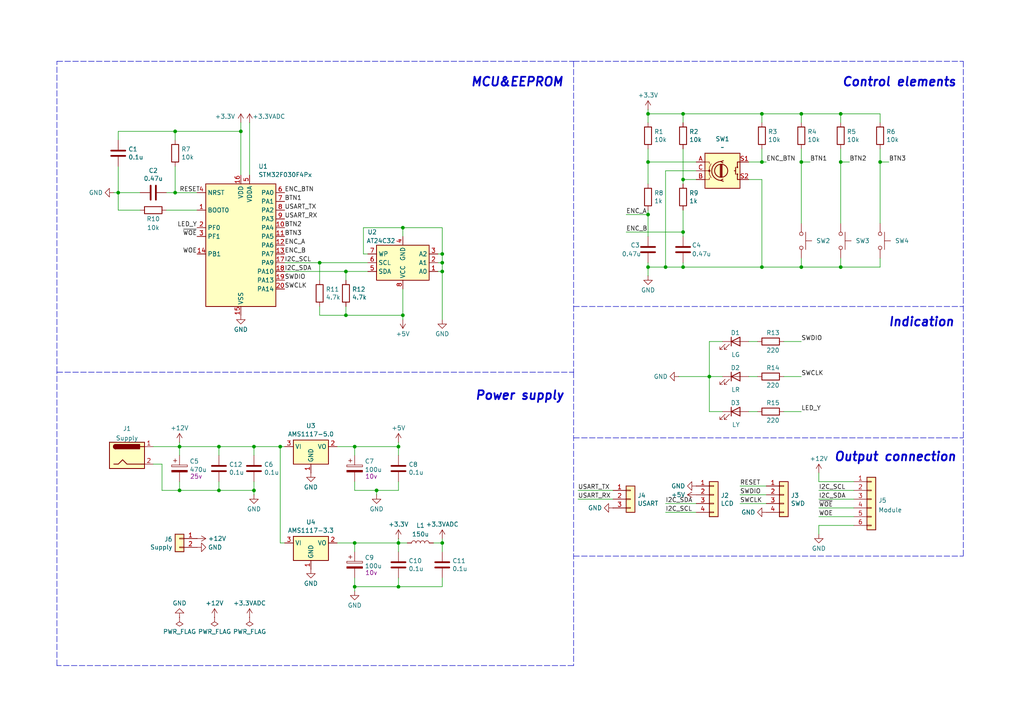
<source format=kicad_sch>
(kicad_sch (version 20231120) (generator "eeschema") (generator_version "8.0")
  (paper "A4")
  (title_block (title "Control module for active load") (date "2024-08-05") (comment 2 "Maxim UV"))
  (lib_symbols
    (symbol "+3.3V_1" (power) (pin_numbers hide) (pin_names (offset 0) hide)
      (property "Value" "+3.3V" (at 0 3.556 0))
      (symbol "+3.3V_1_0_1"
        (polyline (pts (xy -0.762 1.27) (xy 0 2.54)))
        (polyline (pts (xy 0 0) (xy 0 2.54)))
        (polyline (pts (xy 0 2.54) (xy 0.762 1.27)))
      )
      (symbol "+3.3V_1_1_1"
        (pin power_in line (at 0 0 90) (length 0) (name "~") (number "1"))
      )
    )
    (symbol "+5V_1" (power) (pin_numbers hide) (pin_names (offset 0) hide)
      (property "Value" "+5V" (at 0 3.556 0))
      (symbol "+5V_1_0_1"
        (polyline (pts (xy -0.762 1.27) (xy 0 2.54)))
        (polyline (pts (xy 0 0) (xy 0 2.54)))
        (polyline (pts (xy 0 2.54) (xy 0.762 1.27)))
      )
      (symbol "+5V_1_1_1"
        (pin power_in line (at 0 0 90) (length 0) (name "~") (number "1"))
      )
    )
    (symbol "Connector:Barrel_Jack" (pin_names (offset 1.016))
      (property "Reference" "J" (at 0 5.334 0))
      (property "Value" "Barrel_Jack" (at 0 -5.08 0))
      (symbol "Barrel_Jack_0_1"
        (rectangle (start -5.08 3.81) (end 5.08 -3.81) (stroke (width 0.254)) (fill (type background)))
        (arc (start -3.302 3.175) (mid -3.9343 2.54) (end -3.302 1.905) (stroke (width 0.254)))
        (arc (start -3.302 3.175) (mid -3.9343 2.54) (end -3.302 1.905) (stroke (width 0.254)) (fill (type outline)))
        (polyline (pts (xy 5.08 2.54) (xy 3.81 2.54)) (stroke (width 0.254)))
        (polyline (pts (xy -3.81 -2.54) (xy -2.54 -2.54) (xy -1.27 -1.27) (xy 0 -2.54) (xy 2.54 -2.54) (xy 5.08 -2.54)) (stroke (width 0.254)))
        (rectangle (start 3.683 3.175) (end -3.302 1.905) (stroke (width 0.254)) (fill (type outline)))
      )
      (symbol "Barrel_Jack_1_1"
        (pin passive line (at 7.62 2.54 180) (length 2.54) (name "~") (number "1"))
        (pin passive line (at 7.62 -2.54 180) (length 2.54) (name "~") (number "2"))
      )
    )
    (symbol "Connector_Generic:Conn_01x02" (pin_names (offset 1.016) hide)
      (property "Reference" "J" (at 0 2.54 0))
      (property "Value" "Conn_01x02" (at 0 -5.08 0))
      (symbol "Conn_01x02_1_1"
        (rectangle (start -1.27 -2.413) (end 0 -2.667) (stroke (width 0.1524)))
        (rectangle (start -1.27 0.127) (end 0 -0.127) (stroke (width 0.1524)))
        (rectangle (start -1.27 1.27) (end 1.27 -3.81) (stroke (width 0.254)) (fill (type background)))
        (pin passive line (at -5.08 0 0) (length 3.81) (name "Pin_1") (number "1"))
        (pin passive line (at -5.08 -2.54 0) (length 3.81) (name "Pin_2") (number "2"))
      )
    )
    (symbol "Connector_Generic:Conn_01x03" (pin_names (offset 1.016) hide)
      (property "Reference" "J" (at 0 5.08 0))
      (property "Value" "Conn_01x03" (at 0 -5.08 0))
      (symbol "Conn_01x03_1_1"
        (rectangle (start -1.27 -2.413) (end 0 -2.667) (stroke (width 0.1524)))
        (rectangle (start -1.27 0.127) (end 0 -0.127) (stroke (width 0.1524)))
        (rectangle (start -1.27 2.667) (end 0 2.413) (stroke (width 0.1524)))
        (rectangle (start -1.27 3.81) (end 1.27 -3.81) (stroke (width 0.254)) (fill (type background)))
        (pin passive line (at -5.08 2.54 0) (length 3.81) (name "Pin_1") (number "1"))
        (pin passive line (at -5.08 0 0) (length 3.81) (name "Pin_2") (number "2"))
        (pin passive line (at -5.08 -2.54 0) (length 3.81) (name "Pin_3") (number "3"))
      )
    )
    (symbol "Connector_Generic:Conn_01x04" (pin_names (offset 1.016) hide)
      (property "Reference" "J" (at 0 5.08 0))
      (property "Value" "Conn_01x04" (at 0 -7.62 0))
      (symbol "Conn_01x04_1_1"
        (rectangle (start -1.27 -4.953) (end 0 -5.207) (stroke (width 0.1524)))
        (rectangle (start -1.27 -2.413) (end 0 -2.667) (stroke (width 0.1524)))
        (rectangle (start -1.27 0.127) (end 0 -0.127) (stroke (width 0.1524)))
        (rectangle (start -1.27 2.667) (end 0 2.413) (stroke (width 0.1524)))
        (rectangle (start -1.27 3.81) (end 1.27 -6.35) (stroke (width 0.254)) (fill (type background)))
        (pin passive line (at -5.08 2.54 0) (length 3.81) (name "Pin_1") (number "1"))
        (pin passive line (at -5.08 0 0) (length 3.81) (name "Pin_2") (number "2"))
        (pin passive line (at -5.08 -2.54 0) (length 3.81) (name "Pin_3") (number "3"))
        (pin passive line (at -5.08 -5.08 0) (length 3.81) (name "Pin_4") (number "4"))
      )
    )
    (symbol "Connector_Generic:Conn_01x06" (pin_names (offset 1.016) hide)
      (property "Reference" "J" (at 0 7.62 0))
      (property "Value" "Conn_01x06" (at 0 -10.16 0))
      (symbol "Conn_01x06_1_1"
        (rectangle (start -1.27 -7.493) (end 0 -7.747) (stroke (width 0.1524)))
        (rectangle (start -1.27 -4.953) (end 0 -5.207) (stroke (width 0.1524)))
        (rectangle (start -1.27 -2.413) (end 0 -2.667) (stroke (width 0.1524)))
        (rectangle (start -1.27 0.127) (end 0 -0.127) (stroke (width 0.1524)))
        (rectangle (start -1.27 2.667) (end 0 2.413) (stroke (width 0.1524)))
        (rectangle (start -1.27 5.207) (end 0 4.953) (stroke (width 0.1524)))
        (rectangle (start -1.27 6.35) (end 1.27 -8.89) (stroke (width 0.254)) (fill (type background)))
        (pin passive line (at -5.08 5.08 0) (length 3.81) (name "Pin_1") (number "1"))
        (pin passive line (at -5.08 2.54 0) (length 3.81) (name "Pin_2") (number "2"))
        (pin passive line (at -5.08 0 0) (length 3.81) (name "Pin_3") (number "3"))
        (pin passive line (at -5.08 -2.54 0) (length 3.81) (name "Pin_4") (number "4"))
        (pin passive line (at -5.08 -5.08 0) (length 3.81) (name "Pin_5") (number "5"))
        (pin passive line (at -5.08 -7.62 0) (length 3.81) (name "Pin_6") (number "6"))
      )
    )
    (symbol "Device:C" (pin_numbers hide) (pin_names (offset 0.254))
      (property "Reference" "C" (at 0.635 2.54 0))
      (property "Value" "C" (at 0.635 -2.54 0))
      (symbol "C_0_1"
        (polyline (pts (xy -2.032 -0.762) (xy 2.032 -0.762)) (stroke (width 0.508)))
        (polyline (pts (xy -2.032 0.762) (xy 2.032 0.762)) (stroke (width 0.508)))
      )
      (symbol "C_1_1"
        (pin passive line (at 0 3.81 270) (length 2.794) (name "~") (number "1"))
        (pin passive line (at 0 -3.81 90) (length 2.794) (name "~") (number "2"))
      )
    )
    (symbol "Device:C_Polarized" (pin_numbers hide) (pin_names (offset 0.254))
      (property "Reference" "C" (at 0.635 2.54 0))
      (property "Value" "C_Polarized" (at 0.635 -2.54 0))
      (symbol "C_Polarized_0_1"
        (rectangle (start -2.286 0.508) (end 2.286 1.016))
        (polyline (pts (xy -1.778 2.286) (xy -0.762 2.286)))
        (polyline (pts (xy -1.27 2.794) (xy -1.27 1.778)))
        (rectangle (start 2.286 -0.508) (end -2.286 -1.016) (fill (type outline)))
      )
      (symbol "C_Polarized_1_1"
        (pin passive line (at 0 3.81 270) (length 2.794) (name "~") (number "1"))
        (pin passive line (at 0 -3.81 90) (length 2.794) (name "~") (number "2"))
      )
    )
    (symbol "Device:L" (pin_numbers hide) (pin_names (offset 1.016) hide)
      (property "Reference" "L" (at -1.27 0 90))
      (property "Value" "L" (at 1.905 0 90))
      (symbol "L_0_1"
        (arc (start 0 -2.54) (mid 0.6323 -1.905) (end 0 -1.27))
        (arc (start 0 -1.27) (mid 0.6323 -0.635) (end 0 0))
        (arc (start 0 0) (mid 0.6323 0.635) (end 0 1.27))
        (arc (start 0 1.27) (mid 0.6323 1.905) (end 0 2.54))
      )
      (symbol "L_1_1"
        (pin passive line (at 0 3.81 270) (length 1.27) (name "1") (number "1"))
        (pin passive line (at 0 -3.81 90) (length 1.27) (name "2") (number "2"))
      )
    )
    (symbol "Device:LED" (pin_numbers hide) (pin_names (offset 1.016) hide)
      (property "Reference" "D" (at 0 2.54 0))
      (property "Value" "LED" (at 0 -2.54 0))
      (symbol "LED_0_1"
        (polyline (pts (xy -1.27 -1.27) (xy -1.27 1.27)) (stroke (width 0.254)))
        (polyline (pts (xy -1.27 0) (xy 1.27 0)))
        (polyline (pts (xy 1.27 -1.27) (xy 1.27 1.27) (xy -1.27 0) (xy 1.27 -1.27)) (stroke (width 0.254)))
        (polyline (pts (xy -3.048 -0.762) (xy -4.572 -2.286) (xy -3.81 -2.286) (xy -4.572 -2.286) (xy -4.572 -1.524)))
        (polyline (pts (xy -1.778 -0.762) (xy -3.302 -2.286) (xy -2.54 -2.286) (xy -3.302 -2.286) (xy -3.302 -1.524)))
      )
      (symbol "LED_1_1"
        (pin passive line (at -3.81 0 0) (length 2.54) (name "K") (number "1"))
        (pin passive line (at 3.81 0 180) (length 2.54) (name "A") (number "2"))
      )
    )
    (symbol "Device:R" (pin_numbers hide) (pin_names (offset 0))
      (property "Reference" "R" (at 2.032 0 90))
      (property "Value" "R" (at 0 0 90))
      (symbol "R_0_1"
        (rectangle (start -1.016 -2.54) (end 1.016 2.54) (stroke (width 0.254)))
      )
      (symbol "R_1_1"
        (pin passive line (at 0 3.81 270) (length 1.27) (name "~") (number "1"))
        (pin passive line (at 0 -3.81 90) (length 1.27) (name "~") (number "2"))
      )
    )
    (symbol "Device:RotaryEncoder_Switch" (pin_names (offset 0.254) hide)
      (property "Reference" "SW" (at 0 6.604 0))
      (property "Value" "RotaryEncoder_Switch" (at 0 -6.604 0))
      (symbol "RotaryEncoder_Switch_0_1"
        (rectangle (start -5.08 5.08) (end 5.08 -5.08) (stroke (width 0.254)) (fill (type background)))
        (circle (center -3.81 0) (radius 0.254) (fill (type outline)))
        (circle (center -0.381 0) (radius 1.905) (stroke (width 0.254)))
        (arc (start -0.381 2.667) (mid -3.0988 -0.0635) (end -0.381 -2.794) (stroke (width 0.254)))
        (polyline (pts (xy -0.635 -1.778) (xy -0.635 1.778)) (stroke (width 0.254)))
        (polyline (pts (xy -0.381 -1.778) (xy -0.381 1.778)) (stroke (width 0.254)))
        (polyline (pts (xy -0.127 1.778) (xy -0.127 -1.778)) (stroke (width 0.254)))
        (polyline (pts (xy 3.81 0) (xy 3.429 0)) (stroke (width 0.254)))
        (polyline (pts (xy 3.81 1.016) (xy 3.81 -1.016)) (stroke (width 0.254)))
        (polyline (pts (xy -5.08 -2.54) (xy -3.81 -2.54) (xy -3.81 -2.032)))
        (polyline (pts (xy -5.08 2.54) (xy -3.81 2.54) (xy -3.81 2.032)))
        (polyline (pts (xy 0.254 -3.048) (xy -0.508 -2.794) (xy 0.127 -2.413)) (stroke (width 0.254)))
        (polyline (pts (xy 0.254 2.921) (xy -0.508 2.667) (xy 0.127 2.286)) (stroke (width 0.254)))
        (polyline (pts (xy 5.08 -2.54) (xy 4.318 -2.54) (xy 4.318 -1.016)) (stroke (width 0.254)))
        (polyline (pts (xy 5.08 2.54) (xy 4.318 2.54) (xy 4.318 1.016)) (stroke (width 0.254)))
        (polyline (pts (xy -5.08 0) (xy -3.81 0) (xy -3.81 -1.016) (xy -3.302 -2.032)))
        (polyline (pts (xy -4.318 0) (xy -3.81 0) (xy -3.81 1.016) (xy -3.302 2.032)))
        (circle (center 4.318 -1.016) (radius 0.127) (stroke (width 0.254)))
        (circle (center 4.318 1.016) (radius 0.127) (stroke (width 0.254)))
      )
      (symbol "RotaryEncoder_Switch_1_1"
        (pin passive line (at -7.62 2.54 0) (length 2.54) (name "A") (number "A"))
        (pin passive line (at -7.62 -2.54 0) (length 2.54) (name "B") (number "B"))
        (pin passive line (at -7.62 0 0) (length 2.54) (name "C") (number "C"))
        (pin passive line (at 7.62 2.54 180) (length 2.54) (name "S1") (number "S1"))
        (pin passive line (at 7.62 -2.54 180) (length 2.54) (name "S2") (number "S2"))
      )
    )
    (symbol "GND_1" (power) (pin_numbers hide) (pin_names (offset 0) hide)
      (property "Value" "GND" (at 0 -3.81 0))
      (symbol "GND_1_0_1"
        (polyline (pts (xy 0 0) (xy 0 -1.27) (xy 1.27 -1.27) (xy 0 -2.54) (xy -1.27 -1.27) (xy 0 -1.27)))
      )
      (symbol "GND_1_1_1"
        (pin power_in line (at 0 0 270) (length 0) (name "~") (number "1"))
      )
    )
    (symbol "MCU_ST_STM32F0:STM32F030F4Px"
      (property "Reference" "U" (at -10.16 19.05 0))
      (property "Value" "STM32F030F4Px" (at 5.08 19.05 0))
      (symbol "STM32F030F4Px_0_1"
        (rectangle (start -10.16 -17.78) (end 10.16 17.78) (stroke (width 0.254)) (fill (type background)))
      )
      (symbol "STM32F030F4Px_1_1"
        (pin input line (at -12.7 10.16 0) (length 2.54) (name "BOOT0") (number "1"))
        (pin bidirectional line (at 12.7 5.08 180) (length 2.54) (name "PA4") (number "10"))
        (pin bidirectional line (at 12.7 2.54 180) (length 2.54) (name "PA5") (number "11"))
        (pin bidirectional line (at 12.7 0 180) (length 2.54) (name "PA6") (number "12"))
        (pin bidirectional line (at 12.7 -2.54 180) (length 2.54) (name "PA7") (number "13"))
        (pin bidirectional line (at -12.7 -2.54 0) (length 2.54) (name "PB1") (number "14"))
        (pin power_in line (at 0 -20.32 90) (length 2.54) (name "VSS") (number "15"))
        (pin power_in line (at 0 20.32 270) (length 2.54) (name "VDD") (number "16"))
        (pin bidirectional line (at 12.7 -5.08 180) (length 2.54) (name "PA9") (number "17"))
        (pin bidirectional line (at 12.7 -7.62 180) (length 2.54) (name "PA10") (number "18"))
        (pin bidirectional line (at 12.7 -10.16 180) (length 2.54) (name "PA13") (number "19"))
        (pin bidirectional line (at -12.7 5.08 0) (length 2.54) (name "PF0") (number "2"))
        (pin bidirectional line (at 12.7 -12.7 180) (length 2.54) (name "PA14") (number "20"))
        (pin bidirectional line (at -12.7 2.54 0) (length 2.54) (name "PF1") (number "3"))
        (pin input line (at -12.7 15.24 0) (length 2.54) (name "NRST") (number "4"))
        (pin power_in line (at 2.54 20.32 270) (length 2.54) (name "VDDA") (number "5"))
        (pin bidirectional line (at 12.7 15.24 180) (length 2.54) (name "PA0") (number "6"))
        (pin bidirectional line (at 12.7 12.7 180) (length 2.54) (name "PA1") (number "7"))
        (pin bidirectional line (at 12.7 10.16 180) (length 2.54) (name "PA2") (number "8"))
        (pin bidirectional line (at 12.7 7.62 180) (length 2.54) (name "PA3") (number "9"))
      )
    )
    (symbol "Memory_EEPROM:AT24CS32-SSHM"
      (property "Reference" "U" (at -7.62 6.35 0))
      (property "Value" "AT24CS32-SSHM" (at 2.54 -6.35 0))
      (symbol "AT24CS32-SSHM_1_1"
        (rectangle (start -7.62 5.08) (end 7.62 -5.08) (stroke (width 0.254)) (fill (type background)))
        (pin input line (at -10.16 2.54 0) (length 2.54) (name "A0") (number "1"))
        (pin input line (at -10.16 0 0) (length 2.54) (name "A1") (number "2"))
        (pin input line (at -10.16 -2.54 0) (length 2.54) (name "A2") (number "3"))
        (pin power_in line (at 0 -7.62 90) (length 2.54) (name "GND") (number "4"))
        (pin bidirectional line (at 10.16 2.54 180) (length 2.54) (name "SDA") (number "5"))
        (pin input line (at 10.16 0 180) (length 2.54) (name "SCL") (number "6"))
        (pin input line (at 10.16 -2.54 180) (length 2.54) (name "WP") (number "7"))
        (pin power_in line (at 0 7.62 270) (length 2.54) (name "VCC") (number "8"))
      )
    )
    (symbol "Regulator_Linear:AMS1117-3.3"
      (property "Reference" "U" (at -3.81 3.175 0))
      (property "Value" "AMS1117-3.3" (at 0 3.175 0))
      (symbol "AMS1117-3.3_0_1"
        (rectangle (start -5.08 -5.08) (end 5.08 1.905) (stroke (width 0.254)) (fill (type background)))
      )
      (symbol "AMS1117-3.3_1_1"
        (pin power_in line (at 0 -7.62 90) (length 2.54) (name "GND") (number "1"))
        (pin power_out line (at 7.62 0 180) (length 2.54) (name "VO") (number "2"))
        (pin power_in line (at -7.62 0 0) (length 2.54) (name "VI") (number "3"))
      )
    )
    (symbol "Regulator_Linear:AMS1117-5.0"
      (property "Reference" "U" (at -3.81 3.175 0))
      (property "Value" "AMS1117-5.0" (at 0 3.175 0))
      (symbol "AMS1117-5.0_0_1"
        (rectangle (start -5.08 -5.08) (end 5.08 1.905) (stroke (width 0.254)) (fill (type background)))
      )
      (symbol "AMS1117-5.0_1_1"
        (pin power_in line (at 0 -7.62 90) (length 2.54) (name "GND") (number "1"))
        (pin power_out line (at 7.62 0 180) (length 2.54) (name "VO") (number "2"))
        (pin power_in line (at -7.62 0 0) (length 2.54) (name "VI") (number "3"))
      )
    )
    (symbol "Switch:SW_Push" (pin_numbers hide) (pin_names (offset 1.016) hide)
      (property "Reference" "SW" (at 1.27 2.54 0))
      (property "Value" "SW_Push" (at 0 -1.524 0))
      (symbol "SW_Push_0_1"
        (circle (center -2.032 0) (radius 0.508))
        (polyline (pts (xy 0 1.27) (xy 0 3.048)))
        (polyline (pts (xy 2.54 1.27) (xy -2.54 1.27)))
        (circle (center 2.032 0) (radius 0.508))
        (pin passive line (at -5.08 0 0) (length 2.54) (name "1") (number "1"))
        (pin passive line (at 5.08 0 180) (length 2.54) (name "2") (number "2"))
      )
    )
    (symbol "power:+12V" (power) (pin_numbers hide) (pin_names (offset 0) hide)
      (property "Value" "+12V" (at 0 3.556 0))
      (symbol "+12V_0_1"
        (polyline (pts (xy -0.762 1.27) (xy 0 2.54)))
        (polyline (pts (xy 0 0) (xy 0 2.54)))
        (polyline (pts (xy 0 2.54) (xy 0.762 1.27)))
      )
      (symbol "+12V_1_1"
        (pin power_in line (at 0 0 90) (length 0) (name "~") (number "1"))
      )
    )
    (symbol "power:+3.3VADC" (power) (pin_numbers hide) (pin_names (offset 0) hide)
      (property "Value" "+3.3VADC" (at 0 3.556 0))
      (symbol "+3.3VADC_0_0"
        (pin power_in line (at 0 0 90) (length 0) (name "~") (number "1"))
      )
      (symbol "+3.3VADC_0_1"
        (polyline (pts (xy -0.762 1.27) (xy 0 2.54)))
        (polyline (pts (xy 0 0) (xy 0 2.54)))
        (polyline (pts (xy 0 2.54) (xy 0.762 1.27)))
      )
    )
    (symbol "power:PWR_FLAG" (power) (pin_numbers hide) (pin_names (offset 0) hide)
      (property "Value" "PWR_FLAG" (at 0 3.81 0))
      (symbol "PWR_FLAG_0_0"
        (pin power_out line (at 0 0 90) (length 0) (name "~") (number "1"))
      )
      (symbol "PWR_FLAG_0_1"
        (polyline (pts (xy 0 0) (xy 0 1.27) (xy -1.016 1.905) (xy 0 2.54) (xy 1.016 1.905) (xy 0 1.27)))
      )
    )
  )
  (junction (at 100.33 78.74))
  (junction (at 187.96 46.99))
  (junction (at 115.57 170.18))
  (junction (at 128.27 73.66))
  (junction (at 198.12 77.47))
  (junction (at 128.27 157.48))
  (junction (at 128.27 78.74))
  (junction (at 187.96 77.47))
  (junction (at 187.96 33.02))
  (junction (at 102.87 129.54))
  (junction (at 50.8 55.88))
  (junction (at 52.07 142.24))
  (junction (at 50.8 38.1))
  (junction (at 69.85 38.1))
  (junction (at 115.57 129.54))
  (junction (at 220.98 33.02))
  (junction (at 232.41 46.99))
  (junction (at 34.29 55.88))
  (junction (at 232.41 33.02))
  (junction (at 109.22 142.24))
  (junction (at 255.27 46.99))
  (junction (at 220.98 77.47))
  (junction (at 116.84 91.44))
  (junction (at 243.84 46.99))
  (junction (at 198.12 52.07))
  (junction (at 92.71 76.2))
  (junction (at 115.57 157.48))
  (junction (at 100.33 91.44))
  (junction (at 116.84 66.04))
  (junction (at 81.28 129.54))
  (junction (at 128.27 76.2))
  (junction (at 205.74 109.22))
  (junction (at 232.41 77.47))
  (junction (at 73.66 142.24))
  (junction (at 102.87 170.18))
  (junction (at 198.12 33.02))
  (junction (at 243.84 33.02))
  (junction (at 63.5 129.54))
  (junction (at 63.5 142.24))
  (junction (at 52.07 129.54))
  (junction (at 243.84 77.47))
  (junction (at 187.96 62.23))
  (junction (at 73.66 129.54))
  (junction (at 193.04 77.47))
  (junction (at 198.12 67.31))
  (junction (at 220.98 46.99))
  (junction (at 102.87 157.48))
  (wire (pts (xy 193.04 77.47) (xy 198.12 77.47)))
  (wire (pts (xy 243.84 35.56) (xy 243.84 33.02)))
  (polyline (pts (xy 166.37 161.29) (xy 279.4 161.29)) (stroke (width 0) (type dash)))
  (wire (pts (xy 44.45 129.54) (xy 52.07 129.54)))
  (wire (pts (xy 102.87 160.02) (xy 102.87 157.48)))
  (wire (pts (xy 220.98 52.07) (xy 220.98 77.47)))
  (wire (pts (xy 237.49 154.94) (xy 237.49 152.4)))
  (wire (pts (xy 106.68 78.74) (xy 100.33 78.74)))
  (wire (pts (xy 198.12 76.2) (xy 198.12 77.47)))
  (wire (pts (xy 217.17 52.07) (xy 220.98 52.07)))
  (wire (pts (xy 115.57 128.27) (xy 115.57 129.54)))
  (wire (pts (xy 198.12 60.96) (xy 198.12 67.31)))
  (wire (pts (xy 220.98 33.02) (xy 232.41 33.02)))
  (wire (pts (xy 115.57 156.21) (xy 115.57 157.48)))
  (wire (pts (xy 187.96 62.23) (xy 187.96 68.58)))
  (wire (pts (xy 220.98 46.99) (xy 217.17 46.99)))
  (wire (pts (xy 201.93 49.53) (xy 193.04 49.53)))
  (wire (pts (xy 81.28 129.54) (xy 81.28 157.48)))
  (wire (pts (xy 227.33 119.38) (xy 232.41 119.38)))
  (wire (pts (xy 187.96 77.47) (xy 193.04 77.47)))
  (polyline (pts (xy 166.37 107.95) (xy 166.37 193.04)) (stroke (width 0) (type dash)))
  (wire (pts (xy 217.17 109.22) (xy 219.71 109.22)))
  (wire (pts (xy 220.98 35.56) (xy 220.98 33.02)))
  (wire (pts (xy 209.55 99.06) (xy 205.74 99.06)))
  (wire (pts (xy 187.96 33.02) (xy 198.12 33.02)))
  (wire (pts (xy 243.84 74.93) (xy 243.84 77.47)))
  (wire (pts (xy 128.27 76.2) (xy 128.27 78.74)))
  (polyline (pts (xy 166.37 17.78) (xy 166.37 107.95)) (stroke (width 0) (type dash)))
  (wire (pts (xy 73.66 139.7) (xy 73.66 142.24)))
  (wire (pts (xy 34.29 55.88) (xy 40.64 55.88)))
  (wire (pts (xy 50.8 48.26) (xy 50.8 55.88)))
  (wire (pts (xy 73.66 142.24) (xy 63.5 142.24)))
  (wire (pts (xy 198.12 33.02) (xy 220.98 33.02)))
  (wire (pts (xy 237.49 147.32) (xy 247.65 147.32)))
  (wire (pts (xy 187.96 31.75) (xy 187.96 33.02)))
  (wire (pts (xy 115.57 167.64) (xy 115.57 170.18)))
  (wire (pts (xy 198.12 77.47) (xy 220.98 77.47)))
  (wire (pts (xy 102.87 132.08) (xy 102.87 129.54)))
  (wire (pts (xy 227.33 99.06) (xy 232.41 99.06)))
  (wire (pts (xy 97.79 157.48) (xy 102.87 157.48)))
  (wire (pts (xy 128.27 156.21) (xy 128.27 157.48)))
  (wire (pts (xy 198.12 52.07) (xy 201.93 52.07)))
  (polyline (pts (xy 166.37 193.04) (xy 16.51 193.04)) (stroke (width 0) (type dash)))
  (wire (pts (xy 128.27 78.74) (xy 127 78.74)))
  (wire (pts (xy 81.28 129.54) (xy 82.55 129.54)))
  (wire (pts (xy 217.17 119.38) (xy 219.71 119.38)))
  (wire (pts (xy 193.04 49.53) (xy 193.04 77.47)))
  (wire (pts (xy 187.96 77.47) (xy 187.96 80.01)))
  (wire (pts (xy 128.27 66.04) (xy 116.84 66.04)))
  (wire (pts (xy 196.85 109.22) (xy 205.74 109.22)))
  (wire (pts (xy 237.49 152.4) (xy 247.65 152.4)))
  (wire (pts (xy 198.12 52.07) (xy 198.12 53.34)))
  (wire (pts (xy 232.41 77.47) (xy 232.41 74.93)))
  (wire (pts (xy 46.99 142.24) (xy 52.07 142.24)))
  (wire (pts (xy 232.41 64.77) (xy 232.41 46.99)))
  (wire (pts (xy 128.27 170.18) (xy 115.57 170.18)))
  (wire (pts (xy 92.71 91.44) (xy 100.33 91.44)))
  (wire (pts (xy 106.68 76.2) (xy 92.71 76.2)))
  (wire (pts (xy 255.27 74.93) (xy 255.27 77.47)))
  (wire (pts (xy 116.84 91.44) (xy 116.84 92.71)))
  (wire (pts (xy 40.64 60.96) (xy 34.29 60.96)))
  (wire (pts (xy 187.96 46.99) (xy 187.96 53.34)))
  (wire (pts (xy 100.33 81.28) (xy 100.33 78.74)))
  (wire (pts (xy 100.33 91.44) (xy 116.84 91.44)))
  (wire (pts (xy 116.84 68.58) (xy 116.84 66.04)))
  (polyline (pts (xy 16.51 107.95) (xy 166.37 107.95)) (stroke (width 0) (type dash)))
  (wire (pts (xy 50.8 38.1) (xy 69.85 38.1)))
  (wire (pts (xy 187.96 46.99) (xy 201.93 46.99)))
  (wire (pts (xy 44.45 134.62) (xy 46.99 134.62)))
  (wire (pts (xy 63.5 129.54) (xy 73.66 129.54)))
  (wire (pts (xy 115.57 157.48) (xy 118.11 157.48)))
  (wire (pts (xy 234.95 46.99) (xy 232.41 46.99)))
  (wire (pts (xy 102.87 171.45) (xy 102.87 170.18)))
  (wire (pts (xy 109.22 142.24) (xy 115.57 142.24)))
  (wire (pts (xy 198.12 33.02) (xy 198.12 35.56)))
  (wire (pts (xy 63.5 129.54) (xy 63.5 132.08)))
  (wire (pts (xy 198.12 67.31) (xy 198.12 68.58)))
  (wire (pts (xy 205.74 119.38) (xy 209.55 119.38)))
  (wire (pts (xy 193.04 148.59) (xy 201.93 148.59)))
  (wire (pts (xy 187.96 76.2) (xy 187.96 77.47)))
  (wire (pts (xy 243.84 46.99) (xy 243.84 64.77)))
  (wire (pts (xy 102.87 170.18) (xy 115.57 170.18)))
  (wire (pts (xy 198.12 43.18) (xy 198.12 52.07)))
  (wire (pts (xy 105.41 66.04) (xy 105.41 73.66)))
  (wire (pts (xy 116.84 83.82) (xy 116.84 91.44)))
  (wire (pts (xy 52.07 129.54) (xy 52.07 132.08)))
  (polyline (pts (xy 16.51 107.95) (xy 16.51 17.78)) (stroke (width 0) (type dash)))
  (wire (pts (xy 52.07 139.7) (xy 52.07 142.24)))
  (wire (pts (xy 57.15 60.96) (xy 48.26 60.96)))
  (wire (pts (xy 237.49 144.78) (xy 247.65 144.78)))
  (wire (pts (xy 50.8 55.88) (xy 57.15 55.88)))
  (wire (pts (xy 102.87 157.48) (xy 115.57 157.48)))
  (polyline (pts (xy 166.37 88.9) (xy 279.4 88.9)) (stroke (width 0) (type dash)))
  (wire (pts (xy 255.27 77.47) (xy 243.84 77.47)))
  (wire (pts (xy 243.84 43.18) (xy 243.84 46.99)))
  (wire (pts (xy 237.49 142.24) (xy 247.65 142.24)))
  (wire (pts (xy 52.07 129.54) (xy 63.5 129.54)))
  (wire (pts (xy 102.87 167.64) (xy 102.87 170.18)))
  (wire (pts (xy 181.61 62.23) (xy 187.96 62.23)))
  (wire (pts (xy 34.29 48.26) (xy 34.29 55.88)))
  (wire (pts (xy 167.64 144.78) (xy 177.8 144.78)))
  (wire (pts (xy 128.27 160.02) (xy 128.27 157.48)))
  (wire (pts (xy 52.07 128.27) (xy 52.07 129.54)))
  (wire (pts (xy 187.96 35.56) (xy 187.96 33.02)))
  (polyline (pts (xy 166.37 127) (xy 279.4 127)) (stroke (width 0) (type dash)))
  (polyline (pts (xy 279.4 17.78) (xy 279.4 161.29)) (stroke (width 0) (type dash)))
  (wire (pts (xy 193.04 146.05) (xy 201.93 146.05)))
  (wire (pts (xy 72.39 35.56) (xy 72.39 50.8)))
  (wire (pts (xy 125.73 157.48) (xy 128.27 157.48)))
  (wire (pts (xy 128.27 73.66) (xy 128.27 76.2)))
  (wire (pts (xy 127 73.66) (xy 128.27 73.66)))
  (wire (pts (xy 222.25 46.99) (xy 220.98 46.99)))
  (wire (pts (xy 255.27 46.99) (xy 255.27 64.77)))
  (wire (pts (xy 82.55 76.2) (xy 92.71 76.2)))
  (wire (pts (xy 105.41 73.66) (xy 106.68 73.66)))
  (wire (pts (xy 214.63 140.97) (xy 222.25 140.97)))
  (wire (pts (xy 227.33 109.22) (xy 232.41 109.22)))
  (wire (pts (xy 255.27 46.99) (xy 257.81 46.99)))
  (polyline (pts (xy 16.51 193.04) (xy 16.51 107.95)) (stroke (width 0) (type dash)))
  (wire (pts (xy 100.33 88.9) (xy 100.33 91.44)))
  (wire (pts (xy 237.49 139.7) (xy 247.65 139.7)))
  (wire (pts (xy 92.71 81.28) (xy 92.71 76.2)))
  (wire (pts (xy 128.27 66.04) (xy 128.27 73.66)))
  (wire (pts (xy 82.55 78.74) (xy 100.33 78.74)))
  (wire (pts (xy 217.17 99.06) (xy 219.71 99.06)))
  (wire (pts (xy 255.27 35.56) (xy 255.27 33.02)))
  (wire (pts (xy 97.79 129.54) (xy 102.87 129.54)))
  (wire (pts (xy 73.66 129.54) (xy 81.28 129.54)))
  (wire (pts (xy 128.27 92.71) (xy 128.27 78.74)))
  (wire (pts (xy 214.63 146.05) (xy 222.25 146.05)))
  (wire (pts (xy 205.74 109.22) (xy 209.55 109.22)))
  (wire (pts (xy 116.84 66.04) (xy 105.41 66.04)))
  (wire (pts (xy 214.63 143.51) (xy 222.25 143.51)))
  (wire (pts (xy 69.85 38.1) (xy 69.85 50.8)))
  (wire (pts (xy 102.87 139.7) (xy 102.87 142.24)))
  (wire (pts (xy 243.84 33.02) (xy 232.41 33.02)))
  (wire (pts (xy 255.27 33.02) (xy 243.84 33.02)))
  (wire (pts (xy 109.22 143.51) (xy 109.22 142.24)))
  (wire (pts (xy 187.96 60.96) (xy 187.96 62.23)))
  (wire (pts (xy 63.5 142.24) (xy 52.07 142.24)))
  (wire (pts (xy 115.57 142.24) (xy 115.57 139.7)))
  (wire (pts (xy 34.29 40.64) (xy 34.29 38.1)))
  (wire (pts (xy 128.27 167.64) (xy 128.27 170.18)))
  (wire (pts (xy 115.57 129.54) (xy 115.57 132.08)))
  (wire (pts (xy 48.26 55.88) (xy 50.8 55.88)))
  (wire (pts (xy 127 76.2) (xy 128.27 76.2)))
  (wire (pts (xy 255.27 43.18) (xy 255.27 46.99)))
  (wire (pts (xy 34.29 38.1) (xy 50.8 38.1)))
  (wire (pts (xy 102.87 142.24) (xy 109.22 142.24)))
  (wire (pts (xy 220.98 43.18) (xy 220.98 46.99)))
  (wire (pts (xy 33.02 55.88) (xy 34.29 55.88)))
  (polyline (pts (xy 166.37 17.78) (xy 279.4 17.78)) (stroke (width 0) (type dash)))
  (wire (pts (xy 232.41 33.02) (xy 232.41 35.56)))
  (wire (pts (xy 46.99 134.62) (xy 46.99 142.24)))
  (wire (pts (xy 167.64 142.24) (xy 177.8 142.24)))
  (wire (pts (xy 243.84 46.99) (xy 246.38 46.99)))
  (wire (pts (xy 63.5 139.7) (xy 63.5 142.24)))
  (wire (pts (xy 187.96 43.18) (xy 187.96 46.99)))
  (wire (pts (xy 232.41 46.99) (xy 232.41 43.18)))
  (wire (pts (xy 92.71 88.9) (xy 92.71 91.44)))
  (wire (pts (xy 34.29 60.96) (xy 34.29 55.88)))
  (wire (pts (xy 115.57 157.48) (xy 115.57 160.02)))
  (wire (pts (xy 237.49 149.86) (xy 247.65 149.86)))
  (wire (pts (xy 181.61 67.31) (xy 198.12 67.31)))
  (polyline (pts (xy 16.51 17.78) (xy 166.37 17.78)) (stroke (width 0) (type dash)))
  (wire (pts (xy 69.85 35.56) (xy 69.85 38.1)))
  (wire (pts (xy 82.55 157.48) (xy 81.28 157.48)))
  (wire (pts (xy 237.49 137.16) (xy 237.49 139.7)))
  (wire (pts (xy 205.74 99.06) (xy 205.74 109.22)))
  (wire (pts (xy 205.74 109.22) (xy 205.74 119.38)))
  (wire (pts (xy 50.8 40.64) (xy 50.8 38.1)))
  (wire (pts (xy 73.66 142.24) (xy 73.66 143.51)))
  (wire (pts (xy 220.98 77.47) (xy 232.41 77.47)))
  (wire (pts (xy 102.87 129.54) (xy 115.57 129.54)))
  (wire (pts (xy 243.84 77.47) (xy 232.41 77.47)))
  (wire (pts (xy 73.66 132.08) (xy 73.66 129.54)))
  (text "Control elements" (at 244.094 25.4 0) (effects (font (size 2.54 2.54) (thickness 0.508) (bold yes) (italic yes)) (justify left bottom)))
  (text "Output connection" (at 241.808 134.112 0) (effects (font (size 2.54 2.54) (thickness 0.508) (bold yes) (italic yes)) (justify left bottom)))
  (text "MCU&EEPROM\n" (at 136.398 25.4 0) (effects (font (size 2.54 2.54) (thickness 0.508) (bold yes) (italic yes)) (justify left bottom)))
  (text "Indication" (at 257.556 94.996 0) (effects (font (size 2.54 2.54) (thickness 0.508) (bold yes) (italic yes)) (justify left bottom)))
  (text "Power supply\n" (at 137.668 116.332 0) (effects (font (size 2.54 2.54) (thickness 0.508) (bold yes) (italic yes)) (justify left bottom)))
  (label "~{WOE}" (at 57.15 68.58 180))
  (label "USART_TX" (at 167.64 142.24 0))
  (label "BTN2" (at 246.38 46.99 0))
  (label "RESET" (at 52.07 55.88 0))
  (label "ENC_A" (at 82.55 71.12 0))
  (label "LED_Y" (at 57.15 66.04 180))
  (label "BTN1" (at 82.55 58.42 0))
  (label "SWDIO" (at 232.41 99.06 0))
  (label "RESET" (at 214.63 140.97 0))
  (label "I2C_SCL" (at 193.04 148.59 0))
  (label "ENC_B" (at 181.61 67.31 0))
  (label "WOE" (at 57.15 73.66 180))
  (label "SWCLK" (at 214.63 146.05 0))
  (label "~{WOE}" (at 237.49 147.32 0))
  (label "BTN2" (at 82.55 66.04 0))
  (label "I2C_SDA" (at 82.55 78.74 0))
  (label "USART_RX" (at 167.64 144.78 0))
  (label "USART_TX" (at 82.55 60.96 0))
  (label "ENC_B" (at 82.55 73.66 0))
  (label "BTN1" (at 234.95 46.99 0))
  (label "BTN3" (at 257.81 46.99 0))
  (label "WOE" (at 237.49 149.86 0))
  (label "ENC_BTN" (at 222.25 46.99 0))
  (label "BTN3" (at 82.55 68.58 0))
  (label "I2C_SCL" (at 237.49 142.24 0))
  (label "LED_Y" (at 232.41 119.38 0))
  (label "ENC_A" (at 181.61 62.23 0))
  (label "I2C_SCL" (at 82.55 76.2 0))
  (label "SWDIO" (at 82.55 81.28 0))
  (label "SWDIO" (at 214.63 143.51 0))
  (label "USART_RX" (at 82.55 63.5 0))
  (label "I2C_SDA" (at 193.04 146.05 0))
  (label "SWCLK" (at 82.55 83.82 0))
  (label "ENC_BTN" (at 82.55 55.88 0))
  (label "SWCLK" (at 232.41 109.22 0))
  (label "I2C_SDA" (at 237.49 144.78 0))
  (symbol (lib_name "+5V_1") (lib_id "power:+5V") (at 115.57 128.27 0) (unit 1)
    (property "Reference" "#PWR011" (effects (hide yes)))
    (property "Value" "+5V" (at 115.57 124.1369 0))
    (property "Description" "Power symbol creates a global label with name \"+5V\"" (effects (hide yes)))
  )
  (symbol (lib_name "GND_1") (lib_id "power:GND") (at 33.02 55.88 270) (unit 1)
    (property "Reference" "#PWR04" (effects (hide yes)))
    (property "Value" "GND" (at 29.8451 55.88 90) (effects (justify right)))
    (property "Description" "Power symbol creates a global label with name \"GND\" , ground" (effects (hide yes)))
  )
  (symbol (lib_name "GND_1") (lib_id "power:GND") (at 109.22 143.51 0) (unit 1)
    (property "Reference" "#PWR016" (effects (hide yes)))
    (property "Value" "GND" (at 109.22 147.6431 0))
    (property "Description" "Power symbol creates a global label with name \"GND\" , ground" (effects (hide yes)))
  )
  (symbol (lib_name "GND_1") (lib_id "power:GND") (at 52.07 179.07 180) (unit 1)
    (property "Reference" "#PWR027" (effects (hide yes)))
    (property "Value" "GND" (at 52.07 174.9369 0))
    (property "Description" "Power symbol creates a global label with name \"GND\" , ground" (effects (hide yes)))
  )
  (symbol (lib_id "power:PWR_FLAG") (at 62.23 179.07 180) (unit 1)
    (property "Reference" "#FLG02" (effects (hide yes)))
    (property "Value" "PWR_FLAG" (at 62.23 183.2031 0))
    (property "Description" "Special symbol for telling ERC where power comes from" (effects (hide yes)))
  )
  (symbol (lib_id "Device:R") (at 232.41 39.37 0) (unit 1)
    (property "Reference" "R4" (at 234.188 38.2016 0) (effects (justify left)))
    (property "Value" "10k" (at 234.188 40.513 0) (effects (justify left)))
    (property "Footprint" "Resistor_SMD:R_1206_3216Metric_Pad1.30x1.75mm_HandSolder" (effects (hide yes)))
  )
  (symbol (lib_id "Device:R") (at 187.96 57.15 0) (unit 1)
    (property "Reference" "R8" (at 189.738 55.9816 0) (effects (justify left)))
    (property "Value" "1k" (at 189.738 58.293 0) (effects (justify left)))
    (property "Footprint" "Resistor_SMD:R_1206_3216Metric_Pad1.30x1.75mm_HandSolder" (effects (hide yes)))
  )
  (symbol (lib_name "+3.3V_1") (lib_id "power:+3.3V") (at 115.57 156.21 0) (unit 1)
    (property "Reference" "#PWR022" (effects (hide yes)))
    (property "Value" "+3.3V" (at 115.57 152.0769 0))
    (property "Description" "Power symbol creates a global label with name \"+3.3V\"" (effects (hide yes)))
  )
  (symbol (lib_name "GND_1") (lib_id "power:GND") (at 90.17 137.16 0) (unit 1)
    (property "Reference" "#PWR012" (effects (hide yes)))
    (property "Value" "GND" (at 90.17 141.2931 0))
    (property "Description" "Power symbol creates a global label with name \"GND\" , ground" (effects (hide yes)))
  )
  (symbol (lib_id "Device:R") (at 243.84 39.37 0) (unit 1)
    (property "Reference" "R5" (at 245.618 38.2016 0) (effects (justify left)))
    (property "Value" "10k" (at 245.618 40.513 0) (effects (justify left)))
    (property "Footprint" "Resistor_SMD:R_1206_3216Metric_Pad1.30x1.75mm_HandSolder" (effects (hide yes)))
  )
  (symbol (lib_id "Device:C") (at 63.5 135.89 0) (unit 1)
    (property "Reference" "C12" (at 66.421 134.7216 0) (effects (justify left)))
    (property "Value" "0.1u" (at 66.421 137.033 0) (effects (justify left)))
    (property "Footprint" "Capacitor_SMD:C_0805_2012Metric_Pad1.18x1.45mm_HandSolder" (effects (hide yes)))
  )
  (symbol (lib_id "Device:R") (at 223.52 119.38 270) (unit 1)
    (property "Reference" "R15" (at 222.25 116.84 90) (effects (justify left)))
    (property "Value" "220" (at 222.25 121.92 90) (effects (justify left)))
    (property "Footprint" "Resistor_SMD:R_1206_3216Metric_Pad1.30x1.75mm_HandSolder" (effects (hide yes)))
  )
  (symbol (lib_name "GND_1") (lib_id "power:GND") (at 201.93 140.97 270) (unit 1)
    (property "Reference" "#PWR014" (effects (hide yes)))
    (property "Value" "GND" (at 198.7551 140.97 90) (effects (justify right)))
    (property "Description" "Power symbol creates a global label with name \"GND\" , ground" (effects (hide yes)))
  )
  (symbol (lib_name "GND_1") (lib_id "power:GND") (at 128.27 92.71 0) (unit 1)
    (property "Reference" "#PWR08" (effects (hide yes)))
    (property "Value" "GND" (at 128.27 96.8431 0))
    (property "Description" "Power symbol creates a global label with name \"GND\" , ground" (effects (hide yes)))
  )
  (symbol (lib_id "Device:LED") (at 213.36 109.22 0) (unit 1)
    (property "Reference" "D2" (at 214.63 106.68 0) (effects (justify right)))
    (property "Value" "LR" (at 214.63 113.03 0) (effects (justify right)))
    (property "Footprint" "LED_SMD:LED_1206_3216Metric_Pad1.42x1.75mm_HandSolder" (effects (hide yes)))
  )
  (symbol (lib_id "Device:R") (at 44.45 60.96 270) (unit 1)
    (property "Reference" "R10" (at 44.45 63.5 90))
    (property "Value" "10k" (at 44.45 66.04 90))
    (property "Footprint" "Resistor_SMD:R_1206_3216Metric_Pad1.30x1.75mm_HandSolder" (effects (hide yes)))
  )
  (symbol (lib_id "Device:RotaryEncoder_Switch") (at 209.55 49.53 0) (unit 1)
    (property "Reference" "SW1" (at 209.55 40.3055 0))
    (property "Value" "~" (at 209.55 42.7298 0))
    (property "Footprint" "Rotary_Encoder:RotaryEncoder_Alps_EC12E-Switch_Vertical_H20mm" (effects (hide yes)))
    (property "Description" "Rotary encoder, dual channel, incremental quadrate outputs, with switch" (effects (hide yes)))
  )
  (symbol (lib_id "Device:C") (at 198.12 72.39 0) (unit 1)
    (property "Reference" "C4" (at 200.66 71.12 0) (effects (justify left)))
    (property "Value" "0.47u" (at 200.66 73.66 0) (effects (justify left)))
    (property "Footprint" "Capacitor_SMD:C_0805_2012Metric_Pad1.18x1.45mm_HandSolder" (effects (hide yes)))
  )
  (symbol (lib_id "power:+12V") (at 52.07 128.27 0) (unit 1)
    (property "Reference" "#PWR010" (effects (hide yes)))
    (property "Value" "+12V" (at 52.07 124.1369 0))
    (property "Description" "Power symbol creates a global label with name \"+12V\"" (effects (hide yes)))
  )
  (symbol (lib_id "Device:R") (at 187.96 39.37 0) (unit 1)
    (property "Reference" "R1" (at 189.738 38.2016 0) (effects (justify left)))
    (property "Value" "10k" (at 189.738 40.513 0) (effects (justify left)))
    (property "Footprint" "Resistor_SMD:R_1206_3216Metric_Pad1.30x1.75mm_HandSolder" (effects (hide yes)))
  )
  (symbol (lib_id "Switch:SW_Push") (at 232.41 69.85 270) (unit 1)
    (property "Reference" "SW2" (at 238.76 69.85 90))
    (property "Value" "SW_Push" (effects (hide yes)))
    (property "Footprint" "Button_Switch_THT:SW_PUSH-12mm" (effects (hide yes)))
  )
  (symbol (lib_id "Regulator_Linear:AMS1117-5.0") (at 90.17 129.54 0) (unit 1)
    (property "Reference" "U3" (at 90.17 123.4905 0))
    (property "Value" "AMS1117-5.0" (at 90.17 125.9148 0))
    (property "Footprint" "Package_TO_SOT_SMD:SOT-223-3_TabPin2" (effects (hide yes)))
    (property "Datasheet" "http://www.advanced-monolithic.com/pdf/ds1117.pdf" (effects (hide yes)))
    (property "Description" "1A Low Dropout regulator, positive, 5.0V fixed output, SOT-223" (effects (hide yes)))
  )
  (symbol (lib_name "GND_1") (lib_id "power:GND") (at 90.17 165.1 0) (unit 1)
    (property "Reference" "#PWR025" (effects (hide yes)))
    (property "Value" "GND" (at 90.17 169.2331 0))
    (property "Description" "Power symbol creates a global label with name \"GND\" , ground" (effects (hide yes)))
  )
  (symbol (lib_id "Connector_Generic:Conn_01x02") (at 52.07 156.21 0) (mirror y) (unit 1)
    (property "Reference" "J6" (at 50.038 156.4132 0) (effects (justify left)))
    (property "Value" "Supply" (at 50.038 158.7246 0) (effects (justify left)))
    (property "Footprint" "TerminalBlock:TerminalBlock_bornier-2_P5.08mm" (effects (hide yes)))
  )
  (symbol (lib_name "GND_1") (lib_id "power:GND") (at 102.87 171.45 0) (unit 1)
    (property "Reference" "#PWR026" (effects (hide yes)))
    (property "Value" "GND" (at 102.87 175.5831 0))
    (property "Description" "Power symbol creates a global label with name \"GND\" , ground" (effects (hide yes)))
  )
  (symbol (lib_name "GND_1") (lib_id "power:GND") (at 237.49 154.94 0) (unit 1)
    (property "Reference" "#PWR020" (effects (hide yes)))
    (property "Value" "GND" (at 237.49 159.0731 0))
    (property "Description" "Power symbol creates a global label with name \"GND\" , ground" (effects (hide yes)))
  )
  (symbol (lib_id "power:+12V") (at 62.23 179.07 0) (unit 1)
    (property "Reference" "#PWR028" (effects (hide yes)))
    (property "Value" "+12V" (at 62.23 174.9369 0))
    (property "Description" "Power symbol creates a global label with name \"+12V\"" (effects (hide yes)))
  )
  (symbol (lib_id "Device:R") (at 223.52 109.22 270) (unit 1)
    (property "Reference" "R14" (at 222.25 106.68 90) (effects (justify left)))
    (property "Value" "220" (at 222.25 111.76 90) (effects (justify left)))
    (property "Footprint" "Resistor_SMD:R_1206_3216Metric_Pad1.30x1.75mm_HandSolder" (effects (hide yes)))
  )
  (symbol (lib_name "GND_1") (lib_id "power:GND") (at 187.96 80.01 0) (unit 1)
    (property "Reference" "#PWR05" (effects (hide yes)))
    (property "Value" "GND" (at 187.96 84.1431 0))
    (property "Description" "Power symbol creates a global label with name \"GND\" , ground" (effects (hide yes)))
  )
  (symbol (lib_id "Device:R") (at 100.33 85.09 0) (unit 1)
    (property "Reference" "R12" (at 102.108 83.9216 0) (effects (justify left)))
    (property "Value" "4.7k" (at 102.108 86.233 0) (effects (justify left)))
    (property "Footprint" "Resistor_SMD:R_1206_3216Metric_Pad1.30x1.75mm_HandSolder" (effects (hide yes)))
  )
  (symbol (lib_id "Connector_Generic:Conn_01x03") (at 182.88 144.78 0) (unit 1)
    (property "Reference" "J4" (at 184.912 143.7132 0) (effects (justify left)))
    (property "Value" "USART" (at 184.912 146.0246 0) (effects (justify left)))
    (property "Footprint" "Connector_PinHeader_2.54mm:PinHeader_1x03_P2.54mm_Vertical" (effects (hide yes)))
  )
  (symbol (lib_id "power:+12V") (at 57.15 156.21 270) (unit 1)
    (property "Reference" "#PWR021" (effects (hide yes)))
    (property "Value" "+12V" (at 60.325 156.21 90) (effects (justify left)))
    (property "Description" "Power symbol creates a global label with name \"+12V\"" (effects (hide yes)))
  )
  (symbol (lib_id "Device:C") (at 44.45 55.88 270) (unit 1)
    (property "Reference" "C2" (at 44.45 49.4792 90))
    (property "Value" "0.47u" (at 44.45 51.7906 90))
    (property "Footprint" "Capacitor_SMD:C_0805_2012Metric_Pad1.18x1.45mm_HandSolder" (effects (hide yes)))
  )
  (symbol (lib_id "Switch:SW_Push") (at 255.27 69.85 270) (unit 1)
    (property "Reference" "SW4" (at 261.62 69.85 90))
    (property "Value" "SW_Push" (effects (hide yes)))
    (property "Footprint" "Button_Switch_THT:SW_PUSH-12mm" (effects (hide yes)))
  )
  (symbol (lib_name "GND_1") (lib_id "power:GND") (at 73.66 143.51 0) (unit 1)
    (property "Reference" "#PWR015" (effects (hide yes)))
    (property "Value" "GND" (at 73.66 147.6431 0))
    (property "Description" "Power symbol creates a global label with name \"GND\" , ground" (effects (hide yes)))
  )
  (symbol (lib_id "Device:C_Polarized") (at 102.87 163.83 0) (unit 1)
    (property "Reference" "C9" (at 105.791 161.7288 0) (effects (justify left)))
    (property "Value" "100u" (at 105.791 164.1531 0) (effects (justify left)))
    (property "Footprint" "Capacitor_THT:CP_Radial_D4.0mm_P2.00mm" (effects (hide yes)))
    (property "Description" "Polarized capacitor" (effects (hide yes)))
    (property "Voltage" "10v" (at 107.696 166.116 0))
  )
  (symbol (lib_id "Switch:SW_Push") (at 243.84 69.85 270) (unit 1)
    (property "Reference" "SW3" (at 250.19 69.85 90))
    (property "Value" "SW_Push" (effects (hide yes)))
    (property "Footprint" "Button_Switch_THT:SW_PUSH-12mm" (effects (hide yes)))
  )
  (symbol (lib_name "+3.3V_1") (lib_id "power:+3.3V") (at 187.96 31.75 0) (unit 1)
    (property "Reference" "#PWR01" (effects (hide yes)))
    (property "Value" "+3.3V" (at 187.96 27.6169 0))
    (property "Description" "Power symbol creates a global label with name \"+3.3V\"" (effects (hide yes)))
  )
  (symbol (lib_name "GND_1") (lib_id "power:GND") (at 57.15 158.75 90) (unit 1)
    (property "Reference" "#PWR024" (effects (hide yes)))
    (property "Value" "GND" (at 60.325 158.75 90) (effects (justify right)))
    (property "Description" "Power symbol creates a global label with name \"GND\" , ground" (effects (hide yes)))
  )
  (symbol (lib_id "Connector:Barrel_Jack") (at 36.83 132.08 0) (unit 1)
    (property "Reference" "J1" (at 36.83 124.3035 0))
    (property "Value" "Supply" (at 36.83 127.0786 0))
    (property "Footprint" "Connector_BarrelJack:BarrelJack_Horizontal" (effects (hide yes)))
  )
  (symbol (lib_name "GND_1") (lib_id "power:GND") (at 196.85 109.22 270) (unit 1)
    (property "Reference" "#PWR09" (effects (hide yes)))
    (property "Value" "GND" (at 193.6751 109.22 90) (effects (justify right)))
    (property "Description" "Power symbol creates a global label with name \"GND\" , ground" (effects (hide yes)))
  )
  (symbol (lib_id "power:PWR_FLAG") (at 52.07 179.07 180) (unit 1)
    (property "Reference" "#FLG01" (effects (hide yes)))
    (property "Value" "PWR_FLAG" (at 52.07 183.2031 0))
    (property "Description" "Special symbol for telling ERC where power comes from" (effects (hide yes)))
  )
  (symbol (lib_id "Device:C_Polarized") (at 52.07 135.89 0) (unit 1)
    (property "Reference" "C5" (at 54.991 133.7888 0) (effects (justify left)))
    (property "Value" "470u" (at 54.991 136.2131 0) (effects (justify left)))
    (property "Footprint" "Capacitor_THT:C_Radial_D8.0mm_H7.0mm_P3.50mm" (effects (hide yes)))
    (property "Description" "Polarized capacitor" (effects (hide yes)))
    (property "Voltage" "25v" (at 56.896 138.176 0))
  )
  (symbol (lib_id "Device:LED") (at 213.36 99.06 0) (unit 1)
    (property "Reference" "D1" (at 214.63 96.52 0) (effects (justify right)))
    (property "Value" "LG" (at 214.63 102.87 0) (effects (justify right)))
    (property "Footprint" "LED_SMD:LED_1206_3216Metric_Pad1.42x1.75mm_HandSolder" (effects (hide yes)))
  )
  (symbol (lib_id "Connector_Generic:Conn_01x04") (at 227.33 143.51 0) (unit 1)
    (property "Reference" "J3" (at 229.362 143.7132 0) (effects (justify left)))
    (property "Value" "SWD" (at 229.362 146.0246 0) (effects (justify left)))
    (property "Footprint" "Connector_PinHeader_2.54mm:PinHeader_1x04_P2.54mm_Vertical" (effects (hide yes)))
  )
  (symbol (lib_id "Device:C") (at 73.66 135.89 0) (unit 1)
    (property "Reference" "C6" (at 76.581 134.7216 0) (effects (justify left)))
    (property "Value" "0.1u" (at 76.581 137.033 0) (effects (justify left)))
    (property "Footprint" "Capacitor_SMD:C_0805_2012Metric_Pad1.18x1.45mm_HandSolder" (effects (hide yes)))
  )
  (symbol (lib_id "power:+3.3VADC") (at 72.39 35.56 0) (unit 1)
    (property "Reference" "#PWR03" (effects (hide yes)))
    (property "Value" "+3.3VADC" (at 77.978 33.782 0))
    (property "Description" "Power symbol creates a global label with name \"+3.3VADC\"" (effects (hide yes)))
  )
  (symbol (lib_id "power:+3.3VADC") (at 128.27 156.21 0) (unit 1)
    (property "Reference" "#PWR023" (effects (hide yes)))
    (property "Value" "+3.3VADC" (at 128.27 152.0769 0))
    (property "Description" "Power symbol creates a global label with name \"+3.3VADC\"" (effects (hide yes)))
  )
  (symbol (lib_id "Connector_Generic:Conn_01x04") (at 207.01 143.51 0) (unit 1)
    (property "Reference" "J2" (at 209.042 143.7132 0) (effects (justify left)))
    (property "Value" "LCD" (at 209.042 146.0246 0) (effects (justify left)))
    (property "Footprint" "Connector_PinHeader_2.54mm:PinHeader_1x04_P2.54mm_Vertical" (effects (hide yes)))
  )
  (symbol (lib_id "Device:R") (at 198.12 39.37 0) (unit 1)
    (property "Reference" "R2" (at 199.898 38.2016 0) (effects (justify left)))
    (property "Value" "10k" (at 199.898 40.513 0) (effects (justify left)))
    (property "Footprint" "Resistor_SMD:R_1206_3216Metric_Pad1.30x1.75mm_HandSolder" (effects (hide yes)))
  )
  (symbol (lib_id "Device:C") (at 34.29 44.45 0) (unit 1)
    (property "Reference" "C1" (at 37.211 43.2816 0) (effects (justify left)))
    (property "Value" "0.1u" (at 37.211 45.593 0) (effects (justify left)))
    (property "Footprint" "Capacitor_SMD:C_0805_2012Metric_Pad1.18x1.45mm_HandSolder" (effects (hide yes)))
  )
  (symbol (lib_id "Device:C") (at 115.57 135.89 0) (unit 1)
    (property "Reference" "C8" (at 118.491 134.7216 0) (effects (justify left)))
    (property "Value" "0.1u" (at 118.491 137.033 0) (effects (justify left)))
    (property "Footprint" "Capacitor_SMD:C_0805_2012Metric_Pad1.18x1.45mm_HandSolder" (effects (hide yes)))
  )
  (symbol (lib_id "MCU_ST_STM32F0:STM32F030F4Px") (at 69.85 71.12 0) (unit 1)
    (property "Reference" "U1" (at 74.93 48.26 0) (effects (justify left)))
    (property "Value" "STM32F030F4Px" (at 74.93 50.6842 0) (effects (justify left)))
    (property "Footprint" "Package_SO:TSSOP-20_4.4x6.5mm_P0.65mm" (effects (hide yes)))
    (property "Datasheet" "https://www.st.com/resource/en/datasheet/stm32f030f4.pdf" (effects (hide yes)))
  )
  (symbol (lib_name "GND_1") (lib_id "power:GND") (at 69.85 91.44 0) (unit 1)
    (property "Reference" "#PWR06" (effects (hide yes)))
    (property "Value" "GND" (at 69.85 95.5731 0))
    (property "Description" "Power symbol creates a global label with name \"GND\" , ground" (effects (hide yes)))
  )
  (symbol (lib_id "Device:R") (at 50.8 44.45 0) (unit 1)
    (property "Reference" "R7" (at 52.578 43.2816 0) (effects (justify left)))
    (property "Value" "10k" (at 52.578 45.593 0) (effects (justify left)))
    (property "Footprint" "Resistor_SMD:R_1206_3216Metric_Pad1.30x1.75mm_HandSolder" (effects (hide yes)))
  )
  (symbol (lib_id "Device:C") (at 128.27 163.83 0) (unit 1)
    (property "Reference" "C11" (at 131.191 162.6616 0) (effects (justify left)))
    (property "Value" "0.1u" (at 131.191 164.973 0) (effects (justify left)))
    (property "Footprint" "Capacitor_SMD:C_0805_2012Metric_Pad1.18x1.45mm_HandSolder" (effects (hide yes)))
  )
  (symbol (lib_id "Device:C_Polarized") (at 102.87 135.89 0) (unit 1)
    (property "Reference" "C7" (at 105.791 133.7888 0) (effects (justify left)))
    (property "Value" "100u" (at 105.791 136.2131 0) (effects (justify left)))
    (property "Footprint" "Capacitor_THT:CP_Radial_D4.0mm_P2.00mm" (effects (hide yes)))
    (property "Description" "Polarized capacitor" (effects (hide yes)))
    (property "Voltage" "10v" (at 107.696 138.176 0))
  )
  (symbol (lib_name "GND_1") (lib_id "power:GND") (at 222.25 148.59 270) (unit 1)
    (property "Reference" "#PWR019" (effects (hide yes)))
    (property "Value" "GND" (at 219.0751 148.59 90) (effects (justify right)))
    (property "Description" "Power symbol creates a global label with name \"GND\" , ground" (effects (hide yes)))
  )
  (symbol (lib_id "Device:R") (at 220.98 39.37 0) (unit 1)
    (property "Reference" "R3" (at 222.758 38.2016 0) (effects (justify left)))
    (property "Value" "10k" (at 222.758 40.513 0) (effects (justify left)))
    (property "Footprint" "Resistor_SMD:R_1206_3216Metric_Pad1.30x1.75mm_HandSolder" (effects (hide yes)))
  )
  (symbol (lib_id "Connector_Generic:Conn_01x06") (at 252.73 144.78 0) (unit 1)
    (property "Reference" "J5" (at 254.762 145.1415 0) (effects (justify left)))
    (property "Value" "Module" (at 254.762 147.9166 0) (effects (justify left)))
    (property "Footprint" "Connector_JST:JST_XH_B6B-XH-A_1x06_P2.50mm_Vertical" (effects (hide yes)))
  )
  (symbol (lib_name "+3.3V_1") (lib_id "power:+3.3V") (at 69.85 35.56 0) (unit 1)
    (property "Reference" "#PWR02" (effects (hide yes)))
    (property "Value" "+3.3V" (at 65.278 33.782 0))
    (property "Description" "Power symbol creates a global label with name \"+3.3V\"" (effects (hide yes)))
  )
  (symbol (lib_id "power:PWR_FLAG") (at 72.39 179.07 180) (unit 1)
    (property "Reference" "#FLG03" (effects (hide yes)))
    (property "Value" "PWR_FLAG" (at 72.39 183.2031 0))
    (property "Description" "Special symbol for telling ERC where power comes from" (effects (hide yes)))
  )
  (symbol (lib_id "Regulator_Linear:AMS1117-3.3") (at 90.17 157.48 0) (unit 1)
    (property "Reference" "U4" (at 90.17 151.4305 0))
    (property "Value" "AMS1117-3.3" (at 90.17 153.8548 0))
    (property "Footprint" "Package_TO_SOT_SMD:SOT-223-3_TabPin2" (effects (hide yes)))
    (property "Datasheet" "http://www.advanced-monolithic.com/pdf/ds1117.pdf" (effects (hide yes)))
    (property "Description" "1A Low Dropout regulator, positive, 3.3V fixed output, SOT-223" (effects (hide yes)))
  )
  (symbol (lib_id "Device:C") (at 187.96 72.39 0) (unit 1)
    (property "Reference" "C3" (at 182.88 71.12 0) (effects (justify left)))
    (property "Value" "0.47u" (at 180.34 73.66 0) (effects (justify left)))
    (property "Footprint" "Capacitor_SMD:C_0805_2012Metric_Pad1.18x1.45mm_HandSolder" (effects (hide yes)))
  )
  (symbol (lib_name "+5V_1") (lib_id "power:+5V") (at 116.84 92.71 180) (unit 1)
    (property "Reference" "#PWR07" (effects (hide yes)))
    (property "Value" "+5V" (at 116.84 96.8431 0))
    (property "Description" "Power symbol creates a global label with name \"+5V\"" (effects (hide yes)))
  )
  (symbol (lib_id "Device:C") (at 115.57 163.83 0) (unit 1)
    (property "Reference" "C10" (at 118.491 162.6616 0) (effects (justify left)))
    (property "Value" "0.1u" (at 118.491 164.973 0) (effects (justify left)))
    (property "Footprint" "Capacitor_SMD:C_0805_2012Metric_Pad1.18x1.45mm_HandSolder" (effects (hide yes)))
  )
  (symbol (lib_id "Device:R") (at 223.52 99.06 270) (unit 1)
    (property "Reference" "R13" (at 222.25 96.52 90) (effects (justify left)))
    (property "Value" "220" (at 222.25 101.6 90) (effects (justify left)))
    (property "Footprint" "Resistor_SMD:R_1206_3216Metric_Pad1.30x1.75mm_HandSolder" (effects (hide yes)))
  )
  (symbol (lib_id "Device:R") (at 198.12 57.15 0) (unit 1)
    (property "Reference" "R9" (at 199.898 55.9816 0) (effects (justify left)))
    (property "Value" "1k" (at 199.898 58.293 0) (effects (justify left)))
    (property "Footprint" "Resistor_SMD:R_1206_3216Metric_Pad1.30x1.75mm_HandSolder" (effects (hide yes)))
  )
  (symbol (lib_id "Device:R") (at 255.27 39.37 0) (unit 1)
    (property "Reference" "R6" (at 257.048 38.2016 0) (effects (justify left)))
    (property "Value" "10k" (at 257.048 40.513 0) (effects (justify left)))
    (property "Footprint" "Resistor_SMD:R_1206_3216Metric_Pad1.30x1.75mm_HandSolder" (effects (hide yes)))
  )
  (symbol (lib_id "Memory_EEPROM:AT24CS32-SSHM") (at 116.84 76.2 180) (unit 1)
    (property "Reference" "U2" (at 107.95 67.31 0))
    (property "Value" "AT24C32" (at 110.49 69.85 0))
    (property "Footprint" "Package_SO:SOIC-8_3.9x4.9mm_P1.27mm" (effects (hide yes)))
    (property "Datasheet" "http://ww1.microchip.com/downloads/en/DeviceDoc/Atmel-8869-SEEPROM-AT24CS32-Datasheet.pdf" (effects (hide yes)))
  )
  (symbol (lib_id "Device:R") (at 92.71 85.09 0) (unit 1)
    (property "Reference" "R11" (at 94.488 83.9216 0) (effects (justify left)))
    (property "Value" "4.7k" (at 94.488 86.233 0) (effects (justify left)))
    (property "Footprint" "Resistor_SMD:R_1206_3216Metric_Pad1.30x1.75mm_HandSolder" (effects (hide yes)))
  )
  (symbol (lib_id "Device:L") (at 121.92 157.48 90) (unit 1)
    (property "Reference" "L1" (at 123.19 152.4 90) (effects (justify left)))
    (property "Value" "150u" (at 124.46 154.94 90) (effects (justify left)))
    (property "Footprint" "Inductor_SMD:L_1008_2520Metric" (effects (hide yes)))
  )
  (symbol (lib_id "Device:LED") (at 213.36 119.38 0) (unit 1)
    (property "Reference" "D3" (at 214.63 116.84 0) (effects (justify right)))
    (property "Value" "LY" (at 214.63 123.19 0) (effects (justify right)))
    (property "Footprint" "LED_SMD:LED_1206_3216Metric_Pad1.42x1.75mm_HandSolder" (effects (hide yes)))
  )
  (symbol (lib_id "power:+3.3VADC") (at 72.39 179.07 0) (unit 1)
    (property "Reference" "#PWR029" (effects (hide yes)))
    (property "Value" "+3.3VADC" (at 72.39 174.9369 0))
    (property "Description" "Power symbol creates a global label with name \"+3.3VADC\"" (effects (hide yes)))
  )
  (symbol (lib_name "+5V_1") (lib_id "power:+5V") (at 201.93 143.51 90) (unit 1)
    (property "Reference" "#PWR017" (effects (hide yes)))
    (property "Value" "+5V" (at 198.7551 143.51 90) (effects (justify left)))
    (property "Description" "Power symbol creates a global label with name \"+5V\"" (effects (hide yes)))
  )
  (symbol (lib_id "power:+12V") (at 237.49 137.16 0) (unit 1)
    (property "Reference" "#PWR013" (effects (hide yes)))
    (property "Value" "+12V" (at 237.49 133.0269 0))
    (property "Description" "Power symbol creates a global label with name \"+12V\"" (effects (hide yes)))
  )
  (symbol (lib_name "GND_1") (lib_id "power:GND") (at 177.8 147.32 270) (unit 1)
    (property "Reference" "#PWR018" (effects (hide yes)))
    (property "Value" "GND" (at 174.6251 147.32 90) (effects (justify right)))
    (property "Description" "Power symbol creates a global label with name \"GND\" , ground" (effects (hide yes)))
  )
)
</source>
